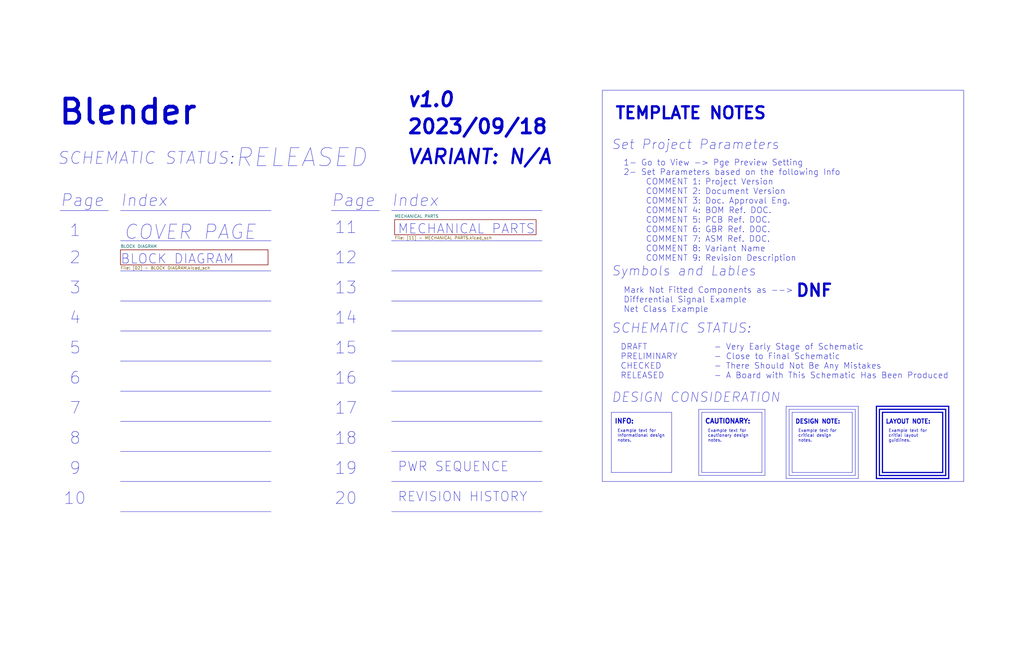
<source format=kicad_sch>
(kicad_sch (version 20230121) (generator eeschema)
  (paper "B")
  (title_block (title "Blender") (date "2023/09/18") (rev "v1.0") (company "Mend0z0") (comment 1 "v1.0") (comment 2 "v1") (comment 3 "Siavash Taher Parvar") (comment 4 "_BOM_Blender_v1.0.html") (comment 5 "_HW_Blender.kicad_pcb") (comment 6 "_GBR_Blender_v1.0") (comment 7 "_ASM_Blender_v1.0") (comment 8 "N/A") (comment 9 "Initial version"))
  (lib_symbols)
  (polyline (pts (xy 334.01 173.99) (xy 359.41 173.99)))
  (polyline (pts (xy 332.74 172.72) (xy 360.68 172.72)))
  (polyline (pts (xy 165.1 101.6) (xy 228.6 101.6)))
  (polyline (pts (xy 369.57 171.45) (xy 400.05 171.45)) (stroke (width 0.5)))
  (polyline (pts (xy 321.31 199.39) (xy 295.91 199.39)))
  (polyline (pts (xy 50.8 152.4) (xy 114.3 152.4)))
  (polyline (pts (xy 50.8 88.9) (xy 114.3 88.9)))
  (polyline (pts (xy 50.8 114.3) (xy 114.3 114.3)))
  (polyline (pts (xy 139.7 88.9) (xy 160.02 88.9)))
  (polyline (pts (xy 372.11 173.99) (xy 397.51 173.99)) (stroke (width 0.5)))
  (polyline (pts (xy 332.74 172.72) (xy 332.74 200.66)))
  (polyline (pts (xy 369.57 201.93) (xy 400.05 201.93)) (stroke (width 0.5)))
  (polyline (pts (xy 369.57 171.45) (xy 369.57 201.93)) (stroke (width 0.5)))
  (polyline (pts (xy 322.58 200.66) (xy 294.64 200.66)))
  (polyline (pts (xy 359.41 199.39) (xy 334.01 199.39)))
  (polyline (pts (xy 283.21 173.99) (xy 283.21 199.39)))
  (polyline (pts (xy 25.4 88.9) (xy 45.72 88.9)))
  (polyline (pts (xy 50.8 190.5) (xy 114.3 190.5)))
  (polyline (pts (xy 257.81 173.99) (xy 283.21 173.99)))
  (polyline (pts (xy 398.78 172.72) (xy 398.78 200.66)) (stroke (width 0.5)))
  (polyline (pts (xy 165.1 165.1) (xy 228.6 165.1)))
  (polyline (pts (xy 331.47 171.45) (xy 331.47 201.93)))
  (polyline (pts (xy 50.8 177.8) (xy 114.3 177.8)))
  (polyline (pts (xy 165.1 88.9) (xy 228.6 88.9)))
  (polyline (pts (xy 165.1 152.4) (xy 228.6 152.4)))
  (polyline (pts (xy 397.51 199.39) (xy 372.11 199.39)) (stroke (width 0.5)))
  (polyline (pts (xy 370.84 172.72) (xy 370.84 200.66)) (stroke (width 0.5)))
  (polyline (pts (xy 331.47 201.93) (xy 361.95 201.93)))
  (polyline (pts (xy 50.8 139.7) (xy 114.3 139.7)))
  (polyline (pts (xy 331.47 171.45) (xy 361.95 171.45)))
  (polyline (pts (xy 295.91 173.99) (xy 321.31 173.99)))
  (polyline (pts (xy 361.95 171.45) (xy 361.95 201.93)))
  (polyline (pts (xy 372.11 173.99) (xy 372.11 199.39)) (stroke (width 0.5)))
  (polyline (pts (xy 400.05 171.45) (xy 400.05 201.93)) (stroke (width 0.5)))
  (polyline (pts (xy 165.1 139.7) (xy 228.6 139.7)))
  (polyline (pts (xy 322.58 172.72) (xy 322.58 200.66)))
  (polyline (pts (xy 283.21 199.39) (xy 257.81 199.39)))
  (polyline (pts (xy 294.64 172.72) (xy 294.64 200.66)))
  (polyline (pts (xy 370.84 172.72) (xy 398.78 172.72)) (stroke (width 0.5)))
  (polyline (pts (xy 257.81 173.99) (xy 257.81 199.39)))
  (polyline (pts (xy 50.8 203.2) (xy 114.3 203.2)))
  (polyline (pts (xy 165.1 177.8) (xy 228.6 177.8)))
  (polyline (pts (xy 165.1 114.3) (xy 228.6 114.3)))
  (polyline (pts (xy 360.68 172.72) (xy 360.68 200.66)))
  (polyline (pts (xy 321.31 173.99) (xy 321.31 199.39)))
  (polyline (pts (xy 165.1 127) (xy 228.6 127)))
  (polyline (pts (xy 360.68 200.66) (xy 332.74 200.66)))
  (polyline (pts (xy 294.64 172.72) (xy 322.58 172.72)))
  (polyline (pts (xy 50.8 101.6) (xy 114.3 101.6)))
  (polyline (pts (xy 50.8 215.9) (xy 114.3 215.9)))
  (polyline (pts (xy 50.8 127) (xy 114.3 127)))
  (polyline (pts (xy 295.91 173.99) (xy 295.91 199.39)))
  (polyline (pts (xy 165.1 203.2) (xy 228.6 203.2)))
  (polyline (pts (xy 397.51 173.99) (xy 397.51 199.39)) (stroke (width 0.5)))
  (polyline (pts (xy 165.1 215.9) (xy 228.6 215.9)))
  (polyline (pts (xy 398.78 200.66) (xy 370.84 200.66)) (stroke (width 0.5)))
  (polyline (pts (xy 165.1 190.5) (xy 228.6 190.5)))
  (polyline (pts (xy 50.8 165.1) (xy 114.3 165.1)))
  (polyline (pts (xy 334.01 173.99) (xy 334.01 199.39)))
  (polyline (pts (xy 359.41 173.99) (xy 359.41 199.39)))
  (rectangle (start 254 38.1) (end 406.4 203.2))
  (text "PWR SEQUENCE" (at 167.64 199.39 0) (effects (font (size 4 4)) (justify left bottom)))
  (text "15" (at 140.97 149.86 0) (effects (font (size 5 5)) (justify left bottom)))
  (text "12" (at 140.97 111.76 0) (effects (font (size 5 5)) (justify left bottom)))
  (text "6" (at 29.21 162.56 0) (effects (font (size 5 5)) (justify left bottom)))
  (text "DESIGN NOTE:" (at 335.28 179.07 0) (effects (font (size 1.8 1.8) bold) (justify left bottom)))
  (text "Example text for\ncritical design \nnotes." (at 336.55 186.69 0) (effects (font (size 1.27 1.27)) (justify left bottom)))
  (text "Set Project Parameters" (at 257.81 63.5 0) (effects (font (size 4 4) italic) (justify left bottom)))
  (text "9" (at 29.21 200.66 0) (effects (font (size 5 5)) (justify left bottom)))
  (text "LAYOUT NOTE:" (at 373.38 179.07 0) (effects (font (size 1.8 1.8) bold) (justify left bottom)))
  (text "DRAFT 			- Very Early Stage of Schematic\nPRELIMINARY 	- Close to Final Schematic\nCHECKED 		- There Should Not Be Any Mistakes\nRELEASED 		- A Board with This Schematic Has Been Produced" (at 261.62 160.02 0) (effects (font (size 2.5 2.5)) (justify left bottom)))
  (text "16" (at 140.97 162.56 0) (effects (font (size 5 5)) (justify left bottom)))
  (text "Page" (at 139.7 87.63 0) (effects (font (size 5 5) italic) (justify left bottom)))
  (text "SCHEMATIC STATUS:" (at 257.81 140.97 0) (effects (font (size 4 4) italic) (justify left bottom)))
  (text "2\n" (at 29.21 111.76 0) (effects (font (size 5 5)) (justify left bottom)))
  (text "${ISSUE_DATE}" (at 171.45 57.15 0) (effects (font (size 6 6) bold) (justify left bottom)))
  (text "Page" (at 25.4 87.63 0) (effects (font (size 5 5) italic) (justify left bottom)))
  (text "INFO:" (at 259.08 179.07 0) (effects (font (size 2 2) (thickness 0.4) bold) (justify left bottom)))
  (text "1" (at 29.21 100.33 0) (effects (font (size 5 5)) (justify left bottom)))
  (text "${TITLE}" (at 24.13 53.34 0) (effects (font (size 10.16 10.16) (thickness 1.6) bold) (justify left bottom)))
  (text "19" (at 140.97 200.66 0) (effects (font (size 5 5)) (justify left bottom)))
  (text "3" (at 29.21 124.46 0) (effects (font (size 5 5)) (justify left bottom)))
  (text "Index" (at 165.1 87.63 0) (effects (font (size 5 5) italic) (justify left bottom)))
  (text "18" (at 140.97 187.96 0) (effects (font (size 5 5)) (justify left bottom)))
  (text "10" (at 26.67 213.36 0) (effects (font (size 5 5)) (justify left bottom)))
  (text "11" (at 140.97 99.06 0) (effects (font (size 5 5)) (justify left bottom)))
  (text "${REVISION}" (at 171.45 45.72 0) (effects (font (size 6 6) bold italic) (justify left bottom)))
  (text "TEMPLATE NOTES" (at 259.08 50.8 0) (effects (font (size 5 5) bold) (justify left bottom)))
  (text "17" (at 140.97 175.26 0) (effects (font (size 5 5)) (justify left bottom)))
  (text "Index" (at 50.8 87.63 0) (effects (font (size 5 5) italic) (justify left bottom)))
  (text "20" (at 140.97 213.36 0) (effects (font (size 5 5)) (justify left bottom)))
  (text "4" (at 29.21 137.16 0) (effects (font (size 5 5)) (justify left bottom)))
  (text "Mark Not Fitted Components as -->\nDifferential Signal Example\nNet Class Example" (at 262.89 132.08 0) (effects (font (size 2.5 2.5)) (justify left bottom)))
  (text "REVISION HISTORY" (at 167.64 212.09 0) (effects (font (size 4 4)) (justify left bottom)))
  (text "MECHANICAL PARTS" (at 167.64 99.06 0) (effects (font (size 4 4)) (justify left bottom)))
  (text "RELEASED" (at 99.06 71.12 0) (effects (font (size 7.62 7.62) italic) (justify left bottom)))
  (text "COVER PAGE" (at 52.07 101.6 0) (effects (font (size 6 6) italic) (justify left bottom)))
  (text "7" (at 29.21 175.26 0) (effects (font (size 5 5)) (justify left bottom)))
  (text "Example text for\ncautionary design\nnotes." (at 298.45 186.69 0) (effects (font (size 1.27 1.27)) (justify left bottom)))
  (text "CAUTIONARY:" (at 297.18 179.07 0) (effects (font (size 2 2) bold) (justify left bottom)))
  (text "VARIANT: ${COMMENT8}" (at 171.45 69.85 0) (effects (font (size 6 6) (thickness 1) bold italic) (justify left bottom)))
  (text "SCHEMATIC STATUS: " (at 24.13 69.85 0) (effects (font (size 5.08 5.08) italic) (justify left bottom)))
  (text "13" (at 140.97 124.46 0) (effects (font (size 5 5)) (justify left bottom)))
  (text "DESIGN CONSIDERATION" (at 257.81 170.18 0) (effects (font (size 4 4) italic) (justify left bottom)))
  (text "Example text for\ncritial layout\nguidlines." (at 374.65 186.69 0) (effects (font (size 1.27 1.27)) (justify left bottom)))
  (text "BLOCK DIAGRAM" (at 50.8 111.76 0) (effects (font (size 4 4)) (justify left bottom)))
  (text "DNF" (at 335.28 125.73 0) (effects (font (size 5.08 5.08) (thickness 1.016) bold) (justify left bottom)))
  (text "5" (at 29.21 149.86 0) (effects (font (size 5 5)) (justify left bottom)))
  (text "8" (at 29.21 187.96 0) (effects (font (size 5 5)) (justify left bottom)))
  (text "1- Go to View -> Pge Preview Setting\n2- Set Parameters based on the following Info\n	COMMENT 1: Project Version\n	COMMENT 2: Document Version\n	COMMENT 3: Doc. Approval Eng.\n	COMMENT 4: BOM Ref. DOC.\n	COMMENT 5: PCB Ref. DOC.\n	COMMENT 6: GBR Ref. DOC.\n	COMMENT 7: ASM Ref. DOC.\n	COMMENT 8: Variant Name\n	COMMENT 9: Revision Description " (at 262.89 110.49 0) (effects (font (size 2.5 2.5)) (justify left bottom)))
  (text "14" (at 140.97 137.16 0) (effects (font (size 5 5)) (justify left bottom)))
  (text "Example text for\nInformational design\nnotes." (at 260.35 186.69 0) (effects (font (size 1.27 1.27)) (justify left bottom)))
  (text "Symbols and Lables" (at 257.81 116.84 0) (effects (font (size 4 4) italic) (justify left bottom)))
  (sheet (at 166.37 92.71) (size 59.69 6.35) (stroke (width 0.1524))
    (property "Sheetname" "MECHANICAL PARTS" (at 166.37 91.9984 0) (effects (justify left bottom)))
    (property "Sheetfile" "[11] - MECHANICAL PARTS.kicad_sch" (at 166.37 99.6446 0) (effects (justify left top)))
  )
  (sheet (at 50.8 105.41) (size 62.23 6.35) (stroke (width 0.1524))
    (property "Sheetname" "BLOCK DIAGRAM" (at 50.8 104.6984 0) (effects (justify left bottom)))
    (property "Sheetfile" "[02] - BLOCK DIAGRAM.kicad_sch" (at 50.8 112.3446 0) (effects (justify left top)))
  )
)
</source>
